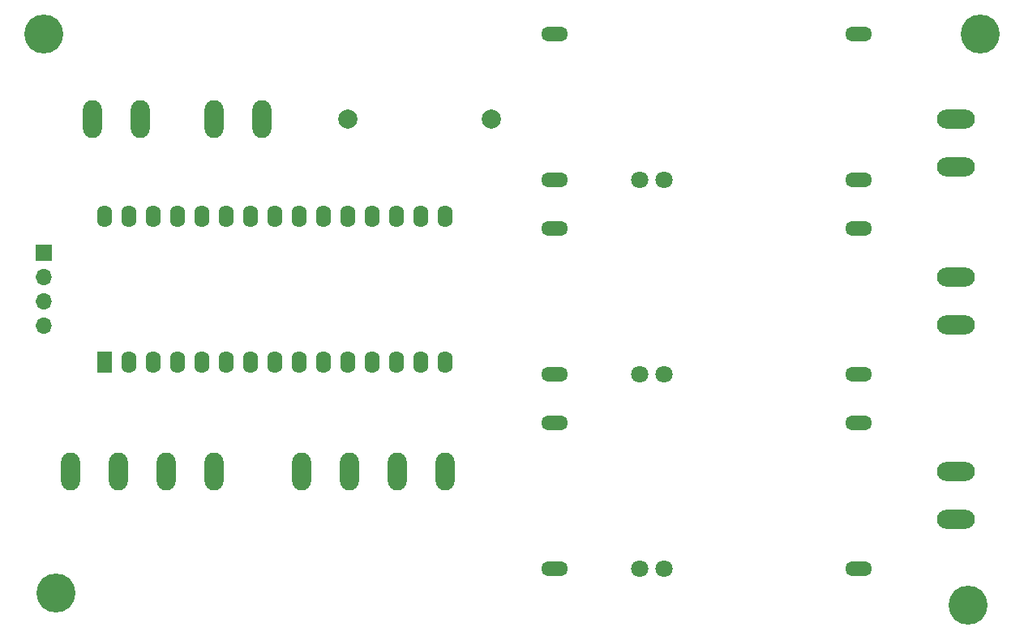
<source format=gbr>
G04 #@! TF.FileFunction,Soldermask,Bot*
%FSLAX46Y46*%
G04 Gerber Fmt 4.6, Leading zero omitted, Abs format (unit mm)*
G04 Created by KiCad (PCBNEW 4.0.7) date 01/05/18 13:24:08*
%MOMM*%
%LPD*%
G01*
G04 APERTURE LIST*
%ADD10C,0.100000*%
%ADD11O,2.800000X1.524000*%
%ADD12C,1.800000*%
%ADD13O,1.981200X3.962400*%
%ADD14O,3.962400X1.981200*%
%ADD15C,1.998980*%
%ADD16R,1.574800X2.286000*%
%ADD17O,1.574800X2.286000*%
%ADD18R,1.700000X1.700000*%
%ADD19O,1.700000X1.700000*%
%ADD20C,4.064000*%
G04 APERTURE END LIST*
D10*
D11*
X74930000Y-77470000D03*
X74930000Y-62230000D03*
X106680000Y-77470000D03*
X106680000Y-62230000D03*
D12*
X83820000Y-77470000D03*
X86360000Y-77470000D03*
D13*
X26670000Y-71120000D03*
X31670000Y-71120000D03*
X39370000Y-71120000D03*
X44370000Y-71120000D03*
D14*
X116840000Y-71120000D03*
X116840000Y-76120000D03*
X116840000Y-87630000D03*
X116840000Y-92630000D03*
X116840000Y-107950000D03*
X116840000Y-112950000D03*
D13*
X39370000Y-107950000D03*
X34370000Y-107950000D03*
X24370000Y-107950000D03*
X29370000Y-107950000D03*
X63500000Y-107950000D03*
X58500000Y-107950000D03*
X48500000Y-107950000D03*
X53500000Y-107950000D03*
D15*
X53340000Y-71120000D03*
X68340000Y-71120000D03*
D16*
X27940000Y-96520000D03*
D17*
X30480000Y-96520000D03*
X33020000Y-96520000D03*
X35560000Y-96520000D03*
X38100000Y-96520000D03*
X40640000Y-96520000D03*
X43180000Y-96520000D03*
X45720000Y-96520000D03*
X48260000Y-96520000D03*
X50800000Y-96520000D03*
X53340000Y-96520000D03*
X55880000Y-96520000D03*
X58420000Y-96520000D03*
X60960000Y-96520000D03*
X63500000Y-96520000D03*
X63500000Y-81280000D03*
X60960000Y-81280000D03*
X58420000Y-81280000D03*
X55880000Y-81280000D03*
X53340000Y-81280000D03*
X50800000Y-81280000D03*
X48260000Y-81280000D03*
X45720000Y-81280000D03*
X43180000Y-81280000D03*
X40640000Y-81280000D03*
X38100000Y-81280000D03*
X35560000Y-81280000D03*
X33020000Y-81280000D03*
X30480000Y-81280000D03*
X27940000Y-81280000D03*
D11*
X74930000Y-97790000D03*
X74930000Y-82550000D03*
X106680000Y-97790000D03*
X106680000Y-82550000D03*
D12*
X83820000Y-97790000D03*
X86360000Y-97790000D03*
D11*
X74930000Y-118110000D03*
X74930000Y-102870000D03*
X106680000Y-118110000D03*
X106680000Y-102870000D03*
D12*
X83820000Y-118110000D03*
X86360000Y-118110000D03*
D18*
X21590000Y-85090000D03*
D19*
X21590000Y-87630000D03*
X21590000Y-90170000D03*
X21590000Y-92710000D03*
D20*
X119380000Y-62230000D03*
X118110000Y-121920000D03*
X22860000Y-120650000D03*
X21590000Y-62230000D03*
M02*

</source>
